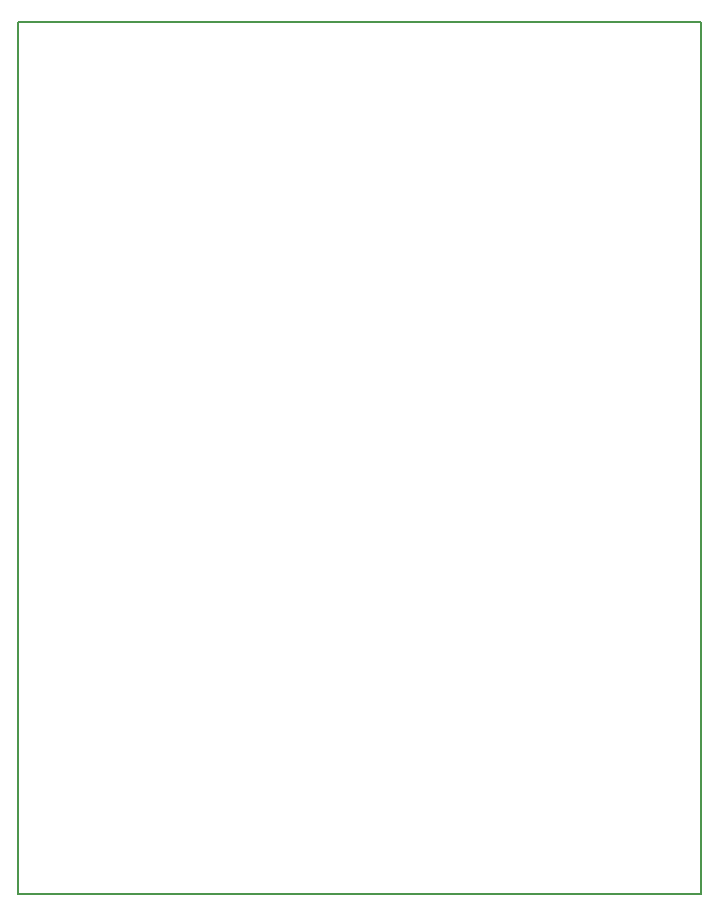
<source format=gbo>
G04 MADE WITH FRITZING*
G04 WWW.FRITZING.ORG*
G04 DOUBLE SIDED*
G04 HOLES PLATED*
G04 CONTOUR ON CENTER OF CONTOUR VECTOR*
%ASAXBY*%
%FSLAX23Y23*%
%MOIN*%
%OFA0B0*%
%SFA1.0B1.0*%
%ADD10R,2.283460X2.913390X2.267460X2.897390*%
%ADD11C,0.008000*%
%LNSILK0*%
G90*
G70*
G54D11*
X4Y2909D02*
X2279Y2909D01*
X2279Y4D01*
X4Y4D01*
X4Y2909D01*
D02*
G04 End of Silk0*
M02*
</source>
